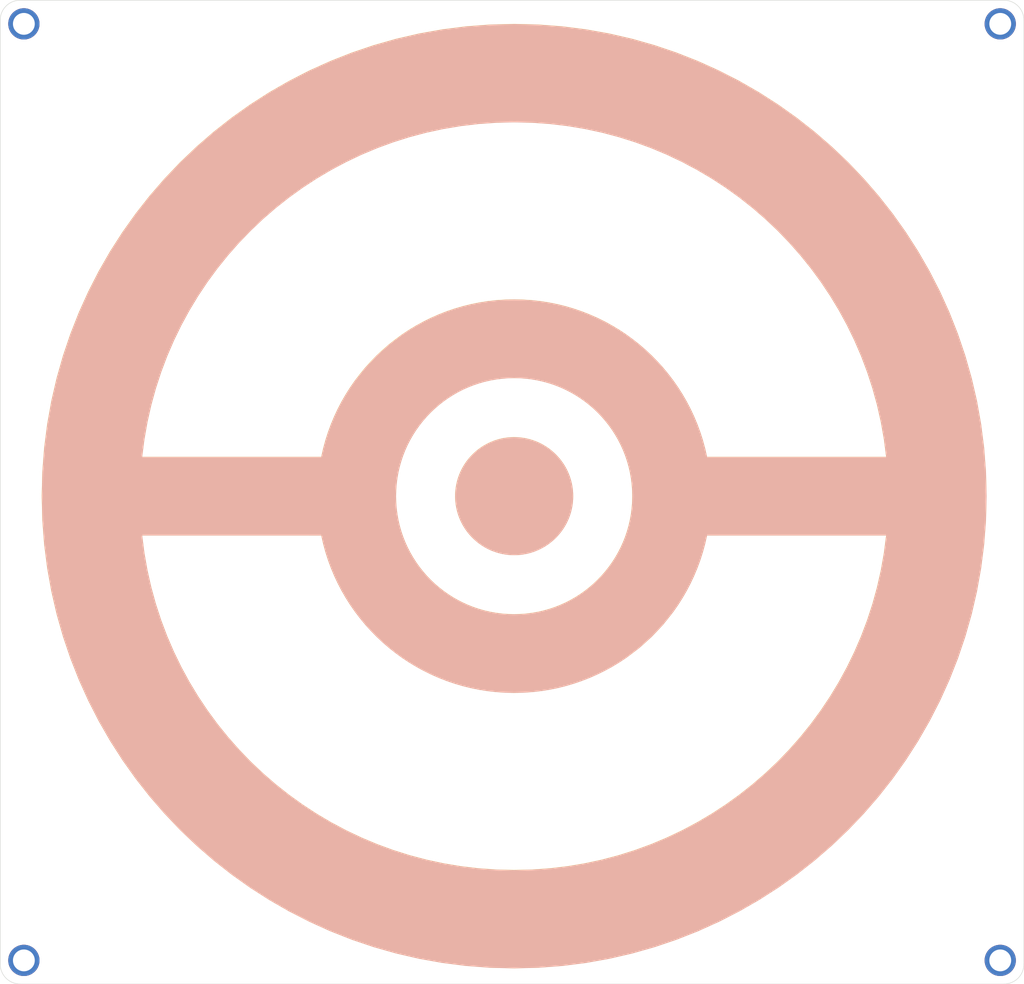
<source format=kicad_pcb>
(kicad_pcb (version 20240108) (generator "pcbnew") (generator_version "8.0")
  (layers (0 "F.Cu" signal) (31 "B.Cu" signal) (34 "B.Paste" user) (35 "F.Paste" user) (36 "B.SilkS" user "B.Silkscreen") (37 "F.SilkS" user "F.Silkscreen") (38 "B.Mask" user) (39 "F.Mask" user) (44 "Edge.Cuts" user))
  (net 0 "")
  (footprint "" (layer "F.Cu") (at 257.96875 65.0875)
    (property "Reference" "" (at 0 0 0) (layer "F.SilkS") (effects (font (size 1.27 1.27))))
    (property "Value" "")
    (pad "" np_thru_hole circle (at 0 0) (size 3.15 3.15) (drill 2.2) (layers "*.Cu" "*.Mask"))
  )
  (footprint "" (layer "F.Cu") (at 159.54375 65.0875)
    (property "Reference" "" (at 0 0 0) (layer "F.SilkS") (effects (font (size 1.27 1.27))))
    (property "Value" "")
    (pad "" np_thru_hole circle (at 0 0) (size 3.15 3.15) (drill 2.2) (layers "*.Cu" "*.Mask"))
  )
  (footprint "" (layer "F.Cu") (at 159.54375 159.54375)
    (property "Reference" "" (at 0 0 0) (layer "F.SilkS") (effects (font (size 1.27 1.27))))
    (property "Value" "")
    (pad "" np_thru_hole circle (at 0 0) (size 3.15 3.15) (drill 2.2) (layers "*.Cu" "*.Mask"))
  )
  (footprint "" (layer "F.Cu") (at 257.96875 159.54375)
    (property "Reference" "" (at 0 0 0) (layer "F.SilkS") (effects (font (size 1.27 1.27))))
    (property "Value" "")
    (pad "" np_thru_hole circle (at 0 0) (size 3.15 3.15) (drill 2.2) (layers "*.Cu" "*.Mask"))
  )
  (gr_poly (pts (xy 208.664116 106.780243) (xy 208.361786 106.803232) (xy 208.063853 106.841089) (xy 207.770689 106.893441) (xy 207.48267 106.959914) (xy 207.200169 107.040133) (xy 206.923561 107.133725) (xy 206.653219 107.240315) (xy 206.389517 107.35953) (xy 206.132829 107.490996) (xy 205.88353 107.634338) (xy 205.641993 107.789183) (xy 205.408593 107.955156) (xy 205.183703 108.131884) (xy 204.967698 108.318992) (xy 204.760951 108.516106) (xy 204.563836 108.722853) (xy 204.376728 108.938859) (xy 204.2 109.163749) (xy 204.034027 109.397149) (xy 203.879182 109.638686) (xy 203.73584 109.887985) (xy 203.604375 110.144673) (xy 203.48516 110.408375) (xy 203.378569 110.678717) (xy 203.284977 110.955325) (xy 203.204758 111.237826) (xy 203.138285 111.525845) (xy 203.085933 111.819009) (xy 203.048076 112.116942) (xy 203.025087 112.419272) (xy 203.017341 112.725624) (xy 203.025087 113.031977) (xy 203.048076 113.334307) (xy 203.085933 113.63224) (xy 203.138285 113.925404) (xy 203.204758 114.213423) (xy 203.284977 114.495924) (xy 203.378569 114.772532) (xy 203.48516 115.042874) (xy 203.604375 115.306576) (xy 203.73584 115.563264) (xy 203.879182 115.812563) (xy 204.034027 116.0541) (xy 204.2 116.2875) (xy 204.376728 116.51239) (xy 204.563836 116.728395) (xy 204.760951 116.935142) (xy 204.967698 117.132257) (xy 205.183703 117.319365) (xy 205.408593 117.496093) (xy 205.641993 117.662066) (xy 205.88353 117.816911) (xy 206.132829 117.960253) (xy 206.389517 118.091718) (xy 206.653219 118.210933) (xy 206.923561 118.317524) (xy 207.200169 118.411116) (xy 207.48267 118.491335) (xy 207.770689 118.557808) (xy 208.063853 118.61016) (xy 208.361786 118.648017) (xy 208.664116 118.671006) (xy 208.970469 118.678752) (xy 209.276821 118.671006) (xy 209.579151 118.648017) (xy 209.877084 118.61016) (xy 210.170248 118.557808) (xy 210.458267 118.491335) (xy 210.740768 118.411116) (xy 211.017376 118.317524) (xy 211.287718 118.210933) (xy 211.55142 118.091718) (xy 211.808108 117.960253) (xy 212.057407 117.816911) (xy 212.298944 117.662066) (xy 212.532344 117.496093) (xy 212.757234 117.319365) (xy 212.97324 117.132257) (xy 213.179987 116.935142) (xy 213.377101 116.728395) (xy 213.564209 116.51239) (xy 213.740937 116.2875) (xy 213.90691 116.0541) (xy 214.061755 115.812563) (xy 214.205097 115.563264) (xy 214.336563 115.306576) (xy 214.455778 115.042874) (xy 214.562368 114.772532) (xy 214.65596 114.495924) (xy 214.736179 114.213423) (xy 214.802652 113.925404) (xy 214.855004 113.63224) (xy 214.892861 113.334307) (xy 214.91585 113.031977) (xy 214.923596 112.725624) (xy 214.91585 112.419272) (xy 214.892861 112.116942) (xy 214.855004 111.819009) (xy 214.802652 111.525845) (xy 214.736179 111.237826) (xy 214.65596 110.955325) (xy 214.562368 110.678717) (xy 214.455778 110.408375) (xy 214.336563 110.144673) (xy 214.205097 109.887985) (xy 214.061755 109.638686) (xy 213.90691 109.397149) (xy 213.740937 109.163749) (xy 213.564209 108.938859) (xy 213.377101 108.722853) (xy 213.179987 108.516106) (xy 212.97324 108.318992) (xy 212.757234 108.131884) (xy 212.532344 107.955156) (xy 212.298944 107.789183) (xy 212.057407 107.634338) (xy 211.808108 107.490996) (xy 211.55142 107.35953) (xy 211.287718 107.240315) (xy 211.017376 107.133725) (xy 210.740768 107.040133) (xy 210.458267 106.959914) (xy 210.170248 106.893441) (xy 209.877084 106.841089) (xy 209.579151 106.803232) (xy 209.276821 106.780243) (xy 208.970469 106.772497)) (stroke (width -0.000001)) (fill solid) (layer "B.SilkS"))
  (gr_poly (pts (xy 206.519695 65.162596) (xy 204.101094 65.34651) (xy 201.717657 65.649374) (xy 199.372378 66.068199) (xy 197.068248 66.599989) (xy 194.80826 67.241755) (xy 192.595407 67.990502) (xy 190.432681 68.843239) (xy 188.323073 69.796973) (xy 186.269577 70.848712) (xy 184.275185 71.995464) (xy 182.342889 73.234235) (xy 180.475682 74.562035) (xy 178.676556 75.97587) (xy 176.948503 77.472747) (xy 175.294516 79.049676) (xy 173.717588 80.703662) (xy 172.22071 82.431715) (xy 170.806875 84.23084) (xy 169.479075 86.098047) (xy 168.240303 88.030343) (xy 167.093551 90.024735) (xy 166.041812 92.07823) (xy 165.088077 94.187837) (xy 164.23534 96.350564) (xy 163.486593 98.563417) (xy 162.844827 100.823404) (xy 162.313036 103.127534) (xy 161.894212 105.472813) (xy 161.591347 107.85625) (xy 161.407433 110.274851) (xy 161.345464 112.725624) (xy 161.407433 115.176398) (xy 161.591347 117.594999) (xy 161.894212 119.978436) (xy 162.313036 122.323715) (xy 162.844827 124.627845) (xy 163.486593 126.887833) (xy 164.23534 129.100686) (xy 165.088077 131.263412) (xy 166.041812 133.37302) (xy 167.093551 135.426516) (xy 168.240303 137.420908) (xy 169.479075 139.353204) (xy 170.806875 141.220411) (xy 172.22071 143.019537) (xy 173.717588 144.74759) (xy 175.294516 146.401577) (xy 176.948503 147.978505) (xy 178.676556 149.475383) (xy 180.475682 150.889218) (xy 182.342889 152.217018) (xy 184.275185 153.45579) (xy 186.269577 154.602542) (xy 188.323073 155.654281) (xy 190.432681 156.608016) (xy 192.595407 157.460753) (xy 194.80826 158.2095) (xy 197.068248 158.851266) (xy 199.372378 159.383057) (xy 201.717657 159.801881) (xy 204.101094 160.104746) (xy 206.519695 160.28866) (xy 208.970469 160.350629) (xy 211.421242 160.28866) (xy 213.839843 160.104746) (xy 216.22328 159.801881) (xy 218.568559 159.383057) (xy 220.872689 158.851266) (xy 223.132676 158.2095) (xy 225.345529 157.460753) (xy 227.508256 156.608016) (xy 229.617863 155.654281) (xy 231.671358 154.602542) (xy 233.66575 153.45579) (xy 235.598046 152.217018) (xy 237.465253 150.889218) (xy 239.264378 149.475383) (xy 240.992431 147.978505) (xy 242.646417 146.401577) (xy 244.223346 144.74759) (xy 245.720223 143.019537) (xy 247.134058 141.220411) (xy 248.461858 139.353204) (xy 249.700629 137.420908) (xy 250.847381 135.426516) (xy 251.89912 133.37302) (xy 252.852854 131.263412) (xy 253.705591 129.100686) (xy 254.454338 126.887833) (xy 255.096104 124.627845) (xy 255.627894 122.323715) (xy 256.046719 119.978436) (xy 256.349583 117.594999) (xy 256.418074 116.694291) (xy 246.467129 116.694291) (xy 246.240372 118.458987) (xy 245.933243 120.197247) (xy 245.547683 121.907131) (xy 245.085632 123.5867) (xy 244.54903 125.234012) (xy 243.939818 126.847128) (xy 243.259936 128.424107) (xy 242.511324 129.96301) (xy 241.695923 131.461895) (xy 240.815672 132.918822) (xy 239.872513 134.331851) (xy 238.868385 135.699043) (xy 237.805228 137.018456) (xy 236.684984 138.28815) (xy 235.509592 139.506185) (xy 234.280992 140.670621) (xy 233.001125 141.779518) (xy 231.671932 142.830934) (xy 230.295352 143.82293) (xy 228.873325 144.753566) (xy 227.407793 145.620902) (xy 225.900695 146.422996) (xy 224.353972 147.157909) (xy 222.769563 147.8237) (xy 221.14941 148.41843) (xy 219.495452 148.940157) (xy 217.80963 149.386942) (xy 216.093885 149.756844) (xy 214.350155 150.047924) (xy 212.580383 150.25824) (xy 210.786507 150.385852) (xy 208.970469 150.428821) (xy 207.15443 150.385852) (xy 205.360555 150.25824) (xy 203.590782 150.047924) (xy 201.847053 149.756844) (xy 200.131307 149.386942) (xy 198.445485 148.940157) (xy 196.791528 148.41843) (xy 195.171375 147.8237) (xy 193.586967 147.157909) (xy 192.040243 146.422996) (xy 190.533146 145.620902) (xy 189.067614 144.753566) (xy 187.645587 143.82293) (xy 186.269007 142.830934) (xy 184.939814 141.779518) (xy 183.659947 140.670621) (xy 182.431347 139.506185) (xy 181.255955 138.28815) (xy 180.135711 137.018456) (xy 179.072554 135.699043) (xy 178.068426 134.331851) (xy 177.125266 132.918822) (xy 176.245015 131.461895) (xy 175.429613 129.96301) (xy 174.681 128.424107) (xy 174.001118 126.847128) (xy 173.391905 125.234012) (xy 172.855303 123.5867) (xy 172.393251 121.907131) (xy 172.00769 120.197247) (xy 171.70056 118.458987) (xy 171.473801 116.694291) (xy 189.523679 116.694545) (xy 189.71398 117.536985) (xy 189.939593 118.365461) (xy 190.199678 119.179135) (xy 190.493397 119.977169) (xy 190.819914 120.758725) (xy 191.178388 121.522964) (xy 191.567983 122.269049) (xy 191.98786 122.996141) (xy 192.437182 123.703402) (xy 192.915109 124.389995) (xy 193.420804 125.05508) (xy 193.953429 125.697821) (xy 194.512145 126.317378) (xy 195.096115 126.912914) (xy 195.704501 127.48359) (xy 196.336463 128.028569) (xy 196.991165 128.547012) (xy 197.667768 129.038082) (xy 198.365434 129.500939) (xy 199.083324 129.934746) (xy 199.820601 130.338665) (xy 200.576427 130.711858) (xy 201.349963 131.053487) (xy 202.140372 131.362713) (xy 202.946814 131.638698) (xy 203.768453 131.880604) (xy 204.60445 132.087594) (xy 205.453966 132.258828) (xy 206.316164 132.393469) (xy 207.190206 132.490679) (xy 208.075254 132.54962) (xy 208.970469 132.569453) (xy 209.865683 132.54962) (xy 210.750731 132.490679) (xy 211.624773 132.393469) (xy 212.486971 132.258828) (xy 213.336488 132.087594) (xy 214.172484 131.880604) (xy 214.994123 131.638698) (xy 215.800566 131.362713) (xy 216.590974 131.053487) (xy 217.36451 130.711858) (xy 218.120336 130.338665) (xy 218.857613 129.934746) (xy 219.575504 129.500939) (xy 220.273169 129.038082) (xy 221.604474 128.028569) (xy 222.844822 126.912914) (xy 223.987508 125.697821) (xy 225.025828 124.389995) (xy 225.503755 123.703402) (xy 225.953077 122.996141) (xy 226.372954 122.269049) (xy 226.762549 121.522964) (xy 227.121024 120.758725) (xy 227.44754 119.977169) (xy 227.74126 119.179135) (xy 228.001345 118.365461) (xy 228.226957 117.536985) (xy 228.417258 116.694545) (xy 246.467129 116.694291) (xy 256.418074 116.694291) (xy 256.533497 115.176398) (xy 256.595466 112.725624) (xy 220.876716 112.725624) (xy 220.861224 113.338329) (xy 220.815247 113.94299) (xy 220.739533 114.538857) (xy 220.634829 115.125184) (xy 220.501884 115.701223) (xy 220.341446 116.266225) (xy 220.154262 116.819442) (xy 219.941082 117.360126) (xy 219.702652 117.88753) (xy 219.439722 118.400904) (xy 219.153038 118.899502) (xy 218.843349 119.382576) (xy 218.511403 119.849376) (xy 218.157948 120.299155) (xy 217.783733 120.731166) (xy 217.389504 121.14466) (xy 216.97601 121.538888) (xy 216.544 121.913104) (xy 216.09422 122.266559) (xy 215.62742 122.598505) (xy 215.144346 122.908194) (xy 214.645749 123.194877) (xy 214.132374 123.457808) (xy 213.60497 123.696238) (xy 213.064286 123.909418) (xy 212.511069 124.096602) (xy 211.946067 124.25704) (xy 211.370029 124.389985) (xy 210.783702 124.494688) (xy 210.187834 124.570403) (xy 209.583173 124.61638) (xy 208.970469 124.631872) (xy 208.357787 124.61638) (xy 207.753146 124.570403) (xy 207.157296 124.494688) (xy 206.570983 124.389985) (xy 205.994957 124.25704) (xy 205.429965 124.096602) (xy 204.876756 123.909418) (xy 204.336077 123.696238) (xy 203.808677 123.457808) (xy 203.295304 123.194877) (xy 202.796707 122.908194) (xy 202.313632 122.598505) (xy 201.846829 122.266559) (xy 201.397046 121.913104) (xy 200.965031 121.538888) (xy 200.551531 121.14466) (xy 200.157296 120.731166) (xy 199.783073 120.299155) (xy 199.429611 119.849376) (xy 199.097657 119.382576) (xy 198.78796 118.899502) (xy 198.501268 118.400904) (xy 198.238329 117.88753) (xy 197.999892 117.360126) (xy 197.786704 116.819442) (xy 197.599514 116.266225) (xy 197.43907 115.701223) (xy 197.306119 115.125184) (xy 197.201411 114.538857) (xy 197.125693 113.94299) (xy 197.079714 113.338329) (xy 197.064221 112.725624) (xy 197.079714 112.112943) (xy 197.125693 111.508302) (xy 197.201411 110.912452) (xy 197.306119 110.326139) (xy 197.43907 109.750113) (xy 197.599514 109.185121) (xy 197.786704 108.631912) (xy 197.999892 108.091233) (xy 198.238329 107.563833) (xy 198.501268 107.05046) (xy 198.78796 106.551862) (xy 199.097657 106.068788) (xy 199.429611 105.601985) (xy 199.783073 105.152202) (xy 200.157296 104.720186) (xy 200.551531 104.306687) (xy 200.965031 103.912452) (xy 201.397046 103.538229) (xy 201.846829 103.184767) (xy 202.313632 102.852813) (xy 202.796707 102.543116) (xy 203.295304 102.256424) (xy 203.808677 101.993485) (xy 204.336077 101.755048) (xy 204.876756 101.54186) (xy 205.429965 101.35467) (xy 205.994957 101.194225) (xy 206.570983 101.061275) (xy 207.157296 100.956567) (xy 207.753146 100.880849) (xy 208.357787 100.834869) (xy 208.970469 100.819377) (xy 209.583173 100.834869) (xy 210.187834 100.880849) (xy 210.783702 100.956567) (xy 211.370029 101.061275) (xy 211.946067 101.194225) (xy 212.511069 101.35467) (xy 213.064286 101.54186) (xy 213.60497 101.755048) (xy 214.132374 101.993485) (xy 214.645749 102.256424) (xy 215.144346 102.543116) (xy 215.62742 102.852813) (xy 216.09422 103.184767) (xy 216.544 103.538229) (xy 216.97601 103.912452) (xy 217.389504 104.306687) (xy 217.783733 104.720186) (xy 218.157948 105.152202) (xy 218.511403 105.601985) (xy 218.843349 106.068788) (xy 219.153038 106.551862) (xy 219.439722 107.05046) (xy 219.702652 107.563833) (xy 219.941082 108.091233) (xy 220.154262 108.631912) (xy 220.341446 109.185121) (xy 220.501884 109.750113) (xy 220.634829 110.326139) (xy 220.739533 110.912452) (xy 220.815247 111.508302) (xy 220.861224 112.112943) (xy 220.876716 112.725624) (xy 256.595466 112.725624) (xy 256.533497 110.274851) (xy 256.418074 108.756958) (xy 246.467129 108.756958) (xy 228.417258 108.756958) (xy 228.226957 107.914495) (xy 228.001345 107.085997) (xy 227.74126 106.272302) (xy 227.44754 105.474249) (xy 227.121024 104.692676) (xy 226.762549 103.92842) (xy 226.372954 103.18232) (xy 225.953077 102.455214) (xy 225.503755 101.747939) (xy 225.025828 101.061335) (xy 224.520133 100.396238) (xy 223.987508 99.753488) (xy 223.428792 99.133921) (xy 222.844822 98.538377) (xy 222.236436 97.967693) (xy 221.604474 97.422708) (xy 220.949772 96.904259) (xy 220.273169 96.413184) (xy 219.575504 95.950322) (xy 218.857613 95.516511) (xy 218.120336 95.112589) (xy 217.36451 94.739393) (xy 216.590974 94.397762) (xy 215.800566 94.088535) (xy 214.994123 93.812548) (xy 214.172484 93.57064) (xy 213.336488 93.36365) (xy 212.486971 93.192415) (xy 211.624773 93.057773) (xy 210.750731 92.960563) (xy 209.865683 92.901622) (xy 208.970469 92.881789) (xy 208.075254 92.901622) (xy 207.190206 92.960563) (xy 206.316164 93.057773) (xy 205.453966 93.192415) (xy 204.60445 93.36365) (xy 203.768453 93.57064) (xy 202.946814 93.812548) (xy 202.140372 94.088535) (xy 201.349963 94.397762) (xy 200.576427 94.739393) (xy 199.820601 95.112589) (xy 199.083324 95.516511) (xy 198.365434 95.950322) (xy 197.667768 96.413184) (xy 196.336463 97.422708) (xy 195.096115 98.538377) (xy 193.953429 99.753488) (xy 192.915109 101.061335) (xy 192.437182 101.747939) (xy 191.98786 102.455214) (xy 191.567983 103.18232) (xy 191.178388 103.92842) (xy 190.819914 104.692676) (xy 190.493397 105.474249) (xy 190.199678 106.272302) (xy 189.939593 107.085997) (xy 189.71398 107.914495) (xy 189.523679 108.756958) (xy 171.473801 108.756958) (xy 171.70056 106.992262) (xy 172.00769 105.254002) (xy 172.393251 103.544118) (xy 172.855303 101.864549) (xy 173.391905 100.217236) (xy 174.001118 98.60412) (xy 174.681 97.02714) (xy 175.429613 95.488238) (xy 176.245015 93.989352) (xy 177.125266 92.532424) (xy 178.068426 91.119395) (xy 179.072554 89.752203) (xy 180.135711 88.432789) (xy 181.255955 87.163095) (xy 182.431347 85.945059) (xy 183.659947 84.780622) (xy 184.939814 83.671726) (xy 186.269007 82.620309) (xy 187.645587 81.628312) (xy 189.067614 80.697675) (xy 190.533146 79.83034) (xy 192.040243 79.028245) (xy 193.586967 78.293332) (xy 195.171375 77.62754) (xy 196.791528 77.03281) (xy 198.445485 76.511082) (xy 200.131307 76.064297) (xy 201.847053 75.694394) (xy 203.590782 75.403315) (xy 205.360555 75.192999) (xy 207.15443 75.065386) (xy 208.970469 75.022417) (xy 210.786507 75.065386) (xy 212.580383 75.192999) (xy 214.350155 75.403315) (xy 216.093885 75.694394) (xy 217.80963 76.064297) (xy 219.495452 76.511082) (xy 221.14941 77.03281) (xy 222.769563 77.62754) (xy 224.353972 78.293332) (xy 225.900695 79.028245) (xy 227.407793 79.83034) (xy 228.873325 80.697675) (xy 230.295352 81.628312) (xy 231.671932 82.620309) (xy 233.001125 83.671726) (xy 234.280992 84.780622) (xy 235.509592 85.945059) (xy 236.684984 87.163095) (xy 237.805228 88.432789) (xy 238.868385 89.752203) (xy 239.872513 91.119395) (xy 240.815672 92.532424) (xy 241.695923 93.989352) (xy 242.511324 95.488238) (xy 243.259936 97.02714) (xy 243.939818 98.60412) (xy 244.54903 100.217236) (xy 245.085632 101.864549) (xy 245.547683 103.544118) (xy 245.933243 105.254002) (xy 246.240372 106.992262) (xy 246.467129 108.756958) (xy 256.418074 108.756958) (xy 256.349583 107.85625) (xy 256.046719 105.472813) (xy 255.627894 103.127534) (xy 255.096104 100.823404) (xy 254.454338 98.563417) (xy 253.705591 96.350564) (xy 252.852854 94.187837) (xy 251.89912 92.07823) (xy 250.847381 90.024735) (xy 249.700629 88.030343) (xy 248.461858 86.098047) (xy 247.134058 84.23084) (xy 245.720223 82.431715) (xy 244.223346 80.703662) (xy 242.646417 79.049676) (xy 240.992431 77.472747) (xy 239.264378 75.97587) (xy 237.465253 74.562035) (xy 235.598046 73.234235) (xy 233.66575 71.995464) (xy 231.671358 70.848712) (xy 229.617863 69.796973) (xy 227.508256 68.843239) (xy 225.345529 67.990502) (xy 223.132676 67.241755) (xy 220.872689 66.599989) (xy 218.568559 66.068199) (xy 216.22328 65.649374) (xy 213.839843 65.34651) (xy 211.421242 65.162596) (xy 208.970469 65.100627)) (stroke (width -0.000001)) (fill solid) (layer "B.SilkS"))
  (gr_poly (pts (xy 209.268849 106.767115) (xy 209.571179 106.790104) (xy 209.869112 106.827961) (xy 210.162276 106.880313) (xy 210.450295 106.946786) (xy 210.732796 107.027005) (xy 211.009404 107.120597) (xy 211.279746 107.227187) (xy 211.543448 107.346402) (xy 211.800136 107.477868) (xy 212.049435 107.62121) (xy 212.290972 107.776055) (xy 212.524372 107.942028) (xy 212.749262 108.118756) (xy 212.965267 108.305864) (xy 213.172014 108.502978) (xy 213.369129 108.709725) (xy 213.556237 108.925731) (xy 213.732965 109.150621) (xy 213.898938 109.384021) (xy 214.053783 109.625558) (xy 214.197125 109.874857) (xy 214.32859 110.131545) (xy 214.447805 110.395247) (xy 214.554396 110.665589) (xy 214.647988 110.942197) (xy 214.728207 111.224698) (xy 214.79468 111.512717) (xy 214.847032 111.805881) (xy 214.884889 112.103814) (xy 214.907878 112.406144) (xy 214.915624 112.712496) (xy 214.907878 113.018849) (xy 214.884889 113.321179) (xy 214.847032 113.619112) (xy 214.79468 113.912276) (xy 214.728207 114.200295) (xy 214.647988 114.482796) (xy 214.554396 114.759404) (xy 214.447805 115.029746) (xy 214.32859 115.293448) (xy 214.197125 115.550136) (xy 214.053783 115.799435) (xy 213.898938 116.040972) (xy 213.732965 116.274372) (xy 213.556237 116.499262) (xy 213.369129 116.715267) (xy 213.172014 116.922014) (xy 212.965267 117.119129) (xy 212.749262 117.306237) (xy 212.524372 117.482965) (xy 212.290972 117.648938) (xy 212.049435 117.803783) (xy 211.800136 117.947125) (xy 211.543448 118.07859) (xy 211.279746 118.197805) (xy 211.009404 118.304396) (xy 210.732796 118.397988) (xy 210.450295 118.478207) (xy 210.162276 118.54468) (xy 209.869112 118.597032) (xy 209.571179 118.634889) (xy 209.268849 118.657878) (xy 208.962496 118.665624) (xy 208.656144 118.657878) (xy 208.353814 118.634889) (xy 208.055881 118.597032) (xy 207.762717 118.54468) (xy 207.474698 118.478207) (xy 207.192197 118.397988) (xy 206.915589 118.304396) (xy 206.645247 118.197805) (xy 206.381545 118.07859) (xy 206.124857 117.947125) (xy 205.875558 117.803783) (xy 205.634021 117.648938) (xy 205.400621 117.482965) (xy 205.175731 117.306237) (xy 204.959725 117.119129) (xy 204.752978 116.922014) (xy 204.555864 116.715267) (xy 204.368756 116.499262) (xy 204.192028 116.274372) (xy 204.026055 116.040972) (xy 203.87121 115.799435) (xy 203.727868 115.550136) (xy 203.596402 115.293448) (xy 203.477187 115.029746) (xy 203.370597 114.759404) (xy 203.277005 114.482796) (xy 203.196786 114.200295) (xy 203.130313 113.912276) (xy 203.077961 113.619112) (xy 203.040104 113.321179) (xy 203.017115 113.018849) (xy 203.009369 112.712496) (xy 203.017115 112.406144) (xy 203.040104 112.103814) (xy 203.077961 111.805881) (xy 203.130313 111.512717) (xy 203.196786 111.224698) (xy 203.277005 110.942197) (xy 203.370597 110.665589) (xy 203.477187 110.395247) (xy 203.596402 110.131545) (xy 203.727868 109.874857) (xy 203.87121 109.625558) (xy 204.026055 109.384021) (xy 204.192028 109.150621) (xy 204.368756 108.925731) (xy 204.555864 108.709725) (xy 204.752978 108.502978) (xy 204.959725 108.305864) (xy 205.175731 108.118756) (xy 205.400621 107.942028) (xy 205.634021 107.776055) (xy 205.875558 107.62121) (xy 206.124857 107.477868) (xy 206.381545 107.346402) (xy 206.645247 107.227187) (xy 206.915589 107.120597) (xy 207.192197 107.027005) (xy 207.474698 106.946786) (xy 207.762717 106.880313) (xy 208.055881 106.827961) (xy 208.353814 106.790104) (xy 208.656144 106.767115) (xy 208.962496 106.759369)) (stroke (width -0.000001)) (fill solid) (layer "F.SilkS"))
  (gr_poly (pts (xy 211.41327 65.149468) (xy 213.831871 65.333382) (xy 216.215308 65.636246) (xy 218.560587 66.055071) (xy 220.864717 66.586861) (xy 223.124705 67.228627) (xy 225.337558 67.977374) (xy 227.500284 68.830111) (xy 229.609892 69.783845) (xy 231.663388 70.835584) (xy 233.65778 71.982336) (xy 235.590076 73.221107) (xy 237.457283 74.548907) (xy 239.256409 75.962742) (xy 240.984462 77.459619) (xy 242.638449 79.036548) (xy 244.215377 80.690534) (xy 245.712255 82.418587) (xy 247.12609 84.217712) (xy 248.45389 86.084919) (xy 249.692662 88.017215) (xy 250.839414 90.011607) (xy 251.891153 92.065102) (xy 252.844888 94.174709) (xy 253.697625 96.337436) (xy 254.446372 98.550289) (xy 255.088138 100.810276) (xy 255.619929 103.114406) (xy 256.038753 105.459685) (xy 256.341618 107.843122) (xy 256.525532 110.261723) (xy 256.587501 112.712496) (xy 256.525532 115.16327) (xy 256.341618 117.581871) (xy 256.038753 119.965308) (xy 255.619929 122.310587) (xy 255.088138 124.614717) (xy 254.446372 126.874705) (xy 253.697625 129.087558) (xy 252.844888 131.250284) (xy 251.891153 133.359892) (xy 250.839414 135.413388) (xy 249.692662 137.40778) (xy 248.45389 139.340076) (xy 247.12609 141.207283) (xy 245.712255 143.006409) (xy 244.215377 144.734462) (xy 242.638449 146.388449) (xy 240.984462 147.965377) (xy 239.256409 149.462255) (xy 237.457283 150.87609) (xy 235.590076 152.20389) (xy 233.65778 153.442662) (xy 231.663388 154.589414) (xy 229.609892 155.641153) (xy 227.500284 156.594888) (xy 225.337558 157.447625) (xy 223.124705 158.196372) (xy 220.864717 158.838138) (xy 218.560587 159.369929) (xy 216.215308 159.788753) (xy 213.831871 160.091618) (xy 211.41327 160.275532) (xy 208.962496 160.337501) (xy 206.511723 160.275532) (xy 204.093122 160.091618) (xy 201.709685 159.788753) (xy 199.364406 159.369929) (xy 197.060276 158.838138) (xy 194.800289 158.196372) (xy 192.587436 157.447625) (xy 190.424709 156.594888) (xy 188.315102 155.641153) (xy 186.261607 154.589414) (xy 184.267215 153.442662) (xy 182.334919 152.20389) (xy 180.467712 150.87609) (xy 178.668587 149.462255) (xy 176.940534 147.965377) (xy 175.286548 146.388449) (xy 173.709619 144.734462) (xy 172.212742 143.006409) (xy 170.798907 141.207283) (xy 169.471107 139.340076) (xy 168.232336 137.40778) (xy 167.085584 135.413388) (xy 166.033845 133.359892) (xy 165.080111 131.250284) (xy 164.227374 129.087558) (xy 163.478627 126.874705) (xy 162.836861 124.614717) (xy 162.305071 122.310587) (xy 161.886246 119.965308) (xy 161.583382 117.581871) (xy 161.514891 116.681163) (xy 171.465836 116.681163) (xy 171.692593 118.445859) (xy 171.999722 120.184119) (xy 172.385282 121.894003) (xy 172.847333 123.573572) (xy 173.383935 125.220884) (xy 173.993147 126.834) (xy 174.673029 128.410979) (xy 175.421641 129.949882) (xy 176.237042 131.448767) (xy 177.117293 132.905694) (xy 178.060452 134.318723) (xy 179.06458 135.685915) (xy 180.127737 137.005328) (xy 181.247981 138.275022) (xy 182.423373 139.493057) (xy 183.651973 140.657493) (xy 184.93184 141.76639) (xy 186.261033 142.817806) (xy 187.637613 143.809802) (xy 189.05964 144.740438) (xy 190.525172 145.607774) (xy 192.03227 146.409868) (xy 193.578993 147.144781) (xy 195.163402 147.810572) (xy 196.783555 148.405302) (xy 198.437513 148.927029) (xy 200.123335 149.373814) (xy 201.83908 149.743716) (xy 203.58281 150.034796) (xy 205.352582 150.245112) (xy 207.146458 150.372724) (xy 208.962496 150.415693) (xy 210.778535 150.372724) (xy 212.57241 150.245112) (xy 214.342183 150.034796) (xy 216.085912 149.743716) (xy 217.801658 149.373814) (xy 219.48748 148.927029) (xy 221.141437 148.405302) (xy 222.76159 147.810572) (xy 224.345998 147.144781) (xy 225.892722 146.409868) (xy 227.399819 145.607774) (xy 228.865351 144.740438) (xy 230.287378 143.809802) (xy 231.663958 142.817806) (xy 232.993151 141.76639) (xy 234.273018 140.657493) (xy 235.501618 139.493057) (xy 236.67701 138.275022) (xy 237.797254 137.005328) (xy 238.860411 135.685915) (xy 239.864539 134.318723) (xy 240.807699 132.905694) (xy 241.68795 131.448767) (xy 242.503352 129.949882) (xy 243.251965 128.410979) (xy 243.931847 126.834) (xy 244.54106 125.220884) (xy 245.077662 123.573572) (xy 245.539714 121.894003) (xy 245.925275 120.184119) (xy 246.232405 118.445859) (xy 246.459164 116.681163) (xy 228.409286 116.681417) (xy 228.218985 117.523857) (xy 227.993372 118.352333) (xy 227.733287 119.166007) (xy 227.439568 119.964041) (xy 227.113051 120.745597) (xy 226.754577 121.509836) (xy 226.364982 122.255921) (xy 225.945105 122.983013) (xy 225.495783 123.690274) (xy 225.017856 124.376867) (xy 224.512161 125.041952) (xy 223.979536 125.684693) (xy 223.42082 126.30425) (xy 222.83685 126.899786) (xy 222.228464 127.470462) (xy 221.596502 128.015441) (xy 220.9418 128.533884) (xy 220.265197 129.024954) (xy 219.567531 129.487811) (xy 218.849641 129.921618) (xy 218.112364 130.325537) (xy 217.356538 130.69873) (xy 216.583002 131.040359) (xy 215.792593 131.349585) (xy 214.986151 131.62557) (xy 214.164512 131.867476) (xy 213.328515 132.074466) (xy 212.478999 132.2457) (xy 211.616801 132.380341) (xy 210.742759 132.477551) (xy 209.857711 132.536492) (xy 208.962496 132.556325) (xy 208.067282 132.536492) (xy 207.182234 132.477551) (xy 206.308192 132.380341) (xy 205.445994 132.2457) (xy 204.596477 132.074466) (xy 203.760481 131.867476) (xy 202.938842 131.62557) (xy 202.132399 131.349585) (xy 201.341991 131.040359) (xy 200.568455 130.69873) (xy 199.812629 130.325537) (xy 199.075352 129.921618) (xy 198.357461 129.487811) (xy 197.659796 129.024954) (xy 196.328491 128.015441) (xy 195.088143 126.899786) (xy 193.945457 125.684693) (xy 192.907137 124.376867) (xy 192.42921 123.690274) (xy 191.979888 122.983013) (xy 191.560011 122.255921) (xy 191.170416 121.509836) (xy 190.811941 120.745597) (xy 190.485425 119.964041) (xy 190.191705 119.166007) (xy 189.93162 118.352333) (xy 189.706008 117.523857) (xy 189.515707 116.681417) (xy 171.465836 116.681163) (xy 161.514891 116.681163) (xy 161.399468 115.16327) (xy 161.337499 112.712496) (xy 197.056249 112.712496) (xy 197.071741 113.325201) (xy 197.117718 113.929862) (xy 197.193432 114.525729) (xy 197.298136 115.112056) (xy 197.431081 115.688095) (xy 197.591519 116.253097) (xy 197.778703 116.806314) (xy 197.991883 117.346998) (xy 198.230313 117.874402) (xy 198.493243 118.387776) (xy 198.779927 118.886374) (xy 199.089616 119.369448) (xy 199.421562 119.836248) (xy 199.775017 120.286027) (xy 200.149232 120.718038) (xy 200.543461 121.131532) (xy 200.956955 121.52576) (xy 201.388965 121.899976) (xy 201.838745 122.253431) (xy 202.305545 122.585377) (xy 202.788619 122.895066) (xy 203.287216 123.181749) (xy 203.800591 123.44468) (xy 204.327995 123.68311) (xy 204.868679 123.89629) (xy 205.421896 124.083474) (xy 205.986898 124.243912) (xy 206.562936 124.376857) (xy 207.149263 124.48156) (xy 207.745131 124.557275) (xy 208.349792 124.603252) (xy 208.962496 124.618744) (xy 209.575178 124.603252) (xy 210.179819 124.557275) (xy 210.775669 124.48156) (xy 211.361982 124.376857) (xy 211.938008 124.243912) (xy 212.503 124.083474) (xy 213.056209 123.89629) (xy 213.596888 123.68311) (xy 214.124288 123.44468) (xy 214.637661 123.181749) (xy 215.136258 122.895066) (xy 215.619333 122.585377) (xy 216.086136 122.253431) (xy 216.535919 121.899976) (xy 216.967934 121.52576) (xy 217.381434 121.131532) (xy 217.775669 120.718038) (xy 218.149892 120.286027) (xy 218.503354 119.836248) (xy 218.835308 119.369448) (xy 219.145005 118.886374) (xy 219.431697 118.387776) (xy 219.694636 117.874402) (xy 219.933073 117.346998) (xy 220.146261 116.806314) (xy 220.333451 116.253097) (xy 220.493895 115.688095) (xy 220.626846 115.112056) (xy 220.731554 114.525729) (xy 220.807272 113.929862) (xy 220.853251 113.325201) (xy 220.868744 112.712496) (xy 220.853251 112.099815) (xy 220.807272 111.495174) (xy 220.731554 110.899324) (xy 220.626846 110.313011) (xy 220.493895 109.736985) (xy 220.333451 109.171993) (xy 220.146261 108.618784) (xy 219.933073 108.078105) (xy 219.694636 107.550705) (xy 219.431697 107.037332) (xy 219.145005 106.538734) (xy 218.835308 106.05566) (xy 218.503354 105.588857) (xy 218.149892 105.139074) (xy 217.775669 104.707058) (xy 217.381434 104.293559) (xy 216.967934 103.899324) (xy 216.535919 103.525101) (xy 216.086136 103.171639) (xy 215.619333 102.839685) (xy 215.136258 102.529988) (xy 214.637661 102.243296) (xy 214.124288 101.980357) (xy 213.596888 101.74192) (xy 213.056209 101.528732) (xy 212.503 101.341542) (xy 211.938008 101.181097) (xy 211.361982 101.048147) (xy 210.775669 100.943439) (xy 210.179819 100.867721) (xy 209.575178 100.821741) (xy 208.962496 100.806249) (xy 208.349792 100.821741) (xy 207.745131 100.867721) (xy 207.149263 100.943439) (xy 206.562936 101.048147) (xy 205.986898 101.181097) (xy 205.421896 101.341542) (xy 204.868679 101.528732) (xy 204.327995 101.74192) (xy 203.800591 101.980357) (xy 203.287216 102.243296) (xy 202.788619 102.529988) (xy 202.305545 102.839685) (xy 201.838745 103.171639) (xy 201.388965 103.525101) (xy 200.956955 103.899324) (xy 200.543461 104.293559) (xy 200.149232 104.707058) (xy 199.775017 105.139074) (xy 199.421562 105.588857) (xy 199.089616 106.05566) (xy 198.779927 106.538734) (xy 198.493243 107.037332) (xy 198.230313 107.550705) (xy 197.991883 108.078105) (xy 197.778703 108.618784) (xy 197.591519 109.171993) (xy 197.431081 109.736985) (xy 197.298136 110.313011) (xy 197.193432 110.899324) (xy 197.117718 111.495174) (xy 197.071741 112.099815) (xy 197.056249 112.712496) (xy 161.337499 112.712496) (xy 161.399468 110.261723) (xy 161.514891 108.74383) (xy 171.465836 108.74383) (xy 189.515707 108.74383) (xy 189.706008 107.901367) (xy 189.93162 107.072869) (xy 190.191705 106.259174) (xy 190.485425 105.461121) (xy 190.811941 104.679548) (xy 191.170416 103.915292) (xy 191.560011 103.169192) (xy 191.979888 102.442086) (xy 192.42921 101.734811) (xy 192.907137 101.048207) (xy 193.412832 100.38311) (xy 193.945457 99.74036) (xy 194.504173 99.120793) (xy 195.088143 98.525249) (xy 195.696529 97.954565) (xy 196.328491 97.40958) (xy 196.983193 96.891131) (xy 197.659796 96.400056) (xy 198.357461 95.937194) (xy 199.075352 95.503383) (xy 199.812629 95.099461) (xy 200.568455 94.726265) (xy 201.341991 94.384634) (xy 202.132399 94.075407) (xy 202.938842 93.79942) (xy 203.760481 93.557512) (xy 204.596477 93.350522) (xy 205.445994 93.179287) (xy 206.308192 93.044645) (xy 207.182234 92.947435) (xy 208.067282 92.888494) (xy 208.962496 92.868661) (xy 209.857711 92.888494) (xy 210.742759 92.947435) (xy 211.616801 93.044645) (xy 212.478999 93.179287) (xy 213.328515 93.350522) (xy 214.164512 93.557512) (xy 214.986151 93.79942) (xy 215.792593 94.075407) (xy 216.583002 94.384634) (xy 217.356538 94.726265) (xy 218.112364 95.099461) (xy 218.849641 95.503383) (xy 219.567531 95.937194) (xy 220.265197 96.400056) (xy 221.596502 97.40958) (xy 222.83685 98.525249) (xy 223.979536 99.74036) (xy 225.017856 101.048207) (xy 225.495783 101.734811) (xy 225.945105 102.442086) (xy 226.364982 103.169192) (xy 226.754577 103.915292) (xy 227.113051 104.679548) (xy 227.439568 105.461121) (xy 227.733287 106.259174) (xy 227.993372 107.072869) (xy 228.218985 107.901367) (xy 228.409286 108.74383) (xy 246.459164 108.74383) (xy 246.232405 106.979134) (xy 245.925275 105.240874) (xy 245.539714 103.53099) (xy 245.077662 101.851421) (xy 244.54106 100.204108) (xy 243.931847 98.590992) (xy 243.251965 97.014012) (xy 242.503352 95.47511) (xy 241.68795 93.976224) (xy 240.807699 92.519296) (xy 239.864539 91.106267) (xy 238.860411 89.739075) (xy 237.797254 88.419661) (xy 236.67701 87.149967) (xy 235.501618 85.931931) (xy 234.273018 84.767494) (xy 232.993151 83.658598) (xy 231.663958 82.607181) (xy 230.287378 81.615184) (xy 228.865351 80.684547) (xy 227.399819 79.817212) (xy 225.892722 79.015117) (xy 224.345998 78.280204) (xy 222.76159 77.614412) (xy 221.141437 77.019682) (xy 219.48748 76.497954) (xy 217.801658 76.051169) (xy 216.085912 75.681266) (xy 214.342183 75.390187) (xy 212.57241 75.179871) (xy 210.778535 75.052258) (xy 208.962496 75.009289) (xy 207.146458 75.052258) (xy 205.352582 75.179871) (xy 203.58281 75.390187) (xy 201.83908 75.681266) (xy 200.123335 76.051169) (xy 198.437513 76.497954) (xy 196.783555 77.019682) (xy 195.163402 77.614412) (xy 193.578993 78.280204) (xy 192.03227 79.015117) (xy 190.525172 79.817212) (xy 189.05964 80.684547) (xy 187.637613 81.615184) (xy 186.261033 82.607181) (xy 184.93184 83.658598) (xy 183.651973 84.767494) (xy 182.423373 85.931931) (xy 181.247981 87.149967) (xy 180.127737 88.419661) (xy 179.06458 89.739075) (xy 178.060452 91.106267) (xy 177.117293 92.519296) (xy 176.237042 93.976224) (xy 175.421641 95.47511) (xy 174.673029 97.014012) (xy 173.993147 98.590992) (xy 173.383935 100.204108) (xy 172.847333 101.851421) (xy 172.385282 103.53099) (xy 171.999722 105.240874) (xy 171.692593 106.979134) (xy 171.465836 108.74383) (xy 161.514891 108.74383) (xy 161.583382 107.843122) (xy 161.886246 105.459685) (xy 162.305071 103.114406) (xy 162.836861 100.810276) (xy 163.478627 98.550289) (xy 164.227374 96.337436) (xy 165.080111 94.174709) (xy 166.033845 92.065102) (xy 167.085584 90.011607) (xy 168.232336 88.017215) (xy 169.471107 86.084919) (xy 170.798907 84.217712) (xy 172.212742 82.418587) (xy 173.709619 80.690534) (xy 175.286548 79.036548) (xy 176.940534 77.459619) (xy 178.668587 75.962742) (xy 180.467712 74.548907) (xy 182.334919 73.221107) (xy 184.267215 71.982336) (xy 186.261607 70.835584) (xy 188.315102 69.783845) (xy 190.424709 68.830111) (xy 192.587436 67.977374) (xy 194.800289 67.228627) (xy 197.060276 66.586861) (xy 199.364406 66.055071) (xy 201.709685 65.636246) (xy 204.093122 65.333382) (xy 206.511723 65.149468) (xy 208.962496 65.087499)) (stroke (width -0.000001)) (fill solid) (layer "F.SilkS"))
  (gr_line (start 260.35 64.70625) (end 260.35 159.92505) (stroke (width 0.05)) (layer "Edge.Cuts"))
  (gr_line (start 258.35 161.92505) (end 159.1625 161.92505) (stroke (width 0.05)) (layer "Edge.Cuts"))
  (gr_arc (start 260.35 159.92505) (mid 259.764214 161.339264) (end 258.35 161.92505) (stroke (width 0.05)) (layer "Edge.Cuts"))
  (gr_line (start 159.1625 62.70625) (end 258.35 62.70625) (stroke (width 0.05)) (layer "Edge.Cuts"))
  (gr_line (start 157.1625 159.92505) (end 157.1625 64.70625) (stroke (width 0.05)) (layer "Edge.Cuts"))
  (gr_arc (start 258.35 62.70625) (mid 259.764196 63.292039) (end 260.35 64.70625) (stroke (width 0.05)) (layer "Edge.Cuts"))
  (gr_arc (start 159.1625 161.92505) (mid 157.748304 161.339261) (end 157.1625 159.92505) (stroke (width 0.05)) (layer "Edge.Cuts"))
  (gr_arc (start 157.1625 64.70625) (mid 157.748286 63.292036) (end 159.1625 62.70625) (stroke (width 0.05)) (layer "Edge.Cuts"))
)
</source>
